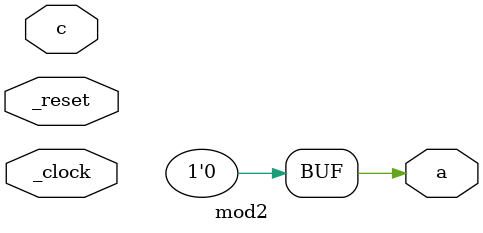
<source format=v>
module mod(_clock,_reset,a,b);
	input _clock;
	input _reset;

	output [2:0]a;
	output b;
	mod2 mod2_0(._clock(_clock),._reset(_reset),.c(1'b1),.a(b));
	assign a=2;
	endmodule
	
module mod2(_clock,_reset,c,a);
	input _clock;
	input _reset;

	input c;
	output a;
	assign a = 0;
	endmodule


</source>
